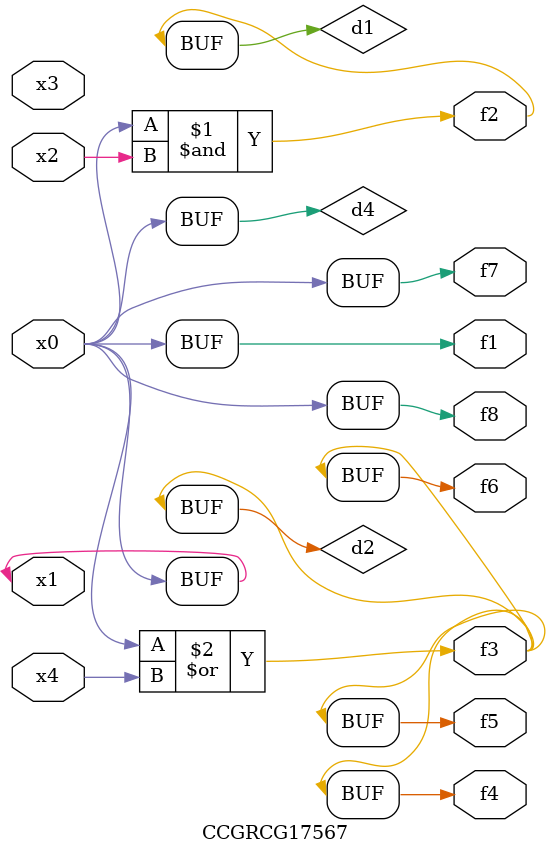
<source format=v>
module CCGRCG17567(
	input x0, x1, x2, x3, x4,
	output f1, f2, f3, f4, f5, f6, f7, f8
);

	wire d1, d2, d3, d4;

	and (d1, x0, x2);
	or (d2, x0, x4);
	nand (d3, x0, x2);
	buf (d4, x0, x1);
	assign f1 = d4;
	assign f2 = d1;
	assign f3 = d2;
	assign f4 = d2;
	assign f5 = d2;
	assign f6 = d2;
	assign f7 = d4;
	assign f8 = d4;
endmodule

</source>
